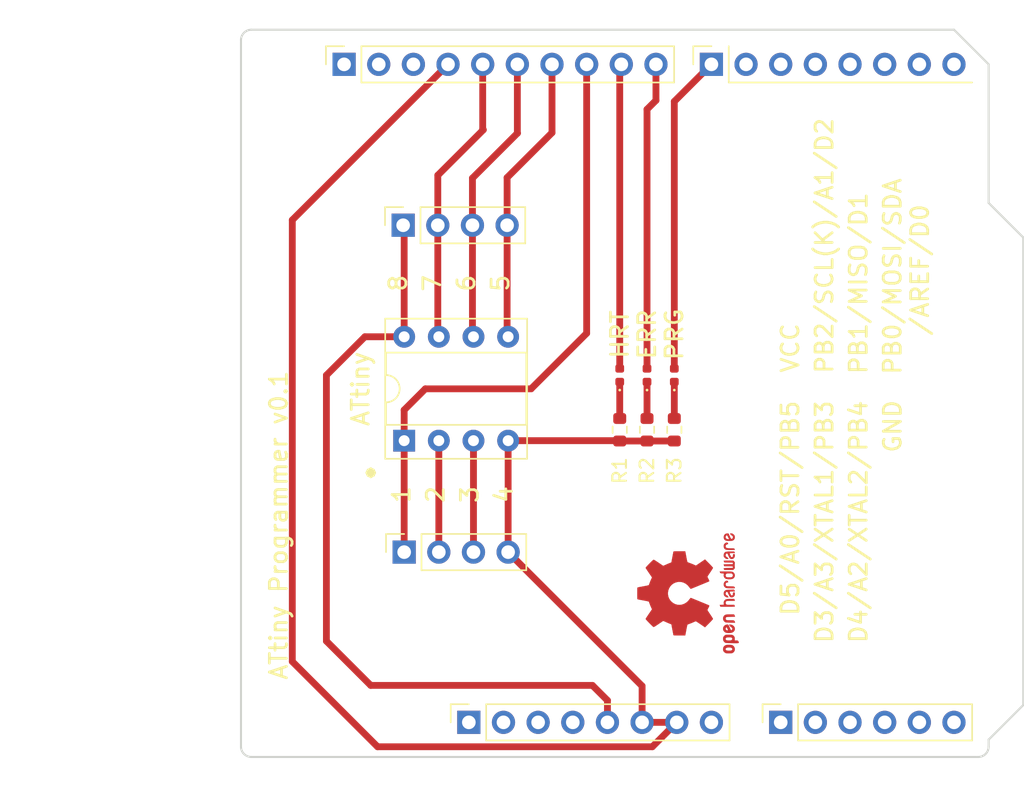
<source format=kicad_pcb>
(kicad_pcb (version 20211014) (generator pcbnew)
  (title_block (date "mar. 31 mars 2015"))
  (layers (0 "F.Cu" signal) (31 "B.Cu" signal) (34 "B.Paste" user) (35 "F.Paste" user) (36 "B.SilkS" user "B.Silkscreen") (37 "F.SilkS" user "F.Silkscreen") (38 "B.Mask" user) (39 "F.Mask" user) (44 "Edge.Cuts" user))
  (net 0 "")
  (net 1 "GND")
  (net 3 "+5V")
  (net 4 "/IOREF")
  (net 5 "/A0")
  (net 6 "/A1")
  (net 7 "/A2")
  (net 8 "/A3")
  (net 9 "/SDA{slash}A4")
  (net 10 "/SCL{slash}A5")
  (net 11 "/13")
  (net 12 "/12")
  (net 13 "/AREF")
  (net 14 "/8")
  (net 15 "/7")
  (net 16 "/*11")
  (net 17 "/*10")
  (net 18 "/*9")
  (net 19 "/4")
  (net 20 "/2")
  (net 21 "/*6")
  (net 22 "/*5")
  (net 23 "/TX{slash}1")
  (net 24 "/*3")
  (net 25 "/RX{slash}0")
  (net 26 "+3V3")
  (net 27 "VCC")
  (net 28 "/~{RESET}")
  (net 29 "Net-(D1-Pad1)")
  (net 30 "Net-(D2-Pad1)")
  (net 31 "Net-(D3-Pad1)")
  (net 32 "Net-(U1-Pad2)")
  (net 33 "Net-(U1-Pad3)")
  (footprint "Connector_PinSocket_2.54mm:PinSocket_1x08_P2.54mm_Vertical" (layer "F.Cu") (at 127.94 97.46 90)
    (fp_text reference "J1" hide)
    (fp_text value "Power")
    (fp_line (start -1.33 19.11) (end 1.33 19.11) (layer "F.SilkS") (width 0.12))
    (fp_line (start 1.33 1.27) (end 1.33 19.11) (layer "F.SilkS") (width 0.12))
    (fp_line (start -1.33 1.27) (end 1.33 1.27) (layer "F.SilkS") (width 0.12))
    (fp_line (start 0 -1.33) (end 1.33 -1.33) (layer "F.SilkS") (width 0.12))
    (fp_line (start 1.33 -1.33) (end 1.33 0) (layer "F.SilkS") (width 0.12))
    (fp_line (start -1.33 1.27) (end -1.33 19.11) (layer "F.SilkS") (width 0.12))
    (pad "1" thru_hole rect locked (at 0 0 90) (size 1.7 1.7) (drill 1) (layers *.Cu *.Mask))
    (pad "2" thru_hole oval locked (at 0 2.54 90) (size 1.7 1.7) (drill 1) (layers *.Cu *.Mask) (net 4 "/IOREF"))
    (pad "3" thru_hole oval locked (at 0 5.08 90) (size 1.7 1.7) (drill 1) (layers *.Cu *.Mask) (net 28 "/~{RESET}"))
    (pad "4" thru_hole oval locked (at 0 7.62 90) (size 1.7 1.7) (drill 1) (layers *.Cu *.Mask) (net 26 "+3V3"))
    (pad "5" thru_hole oval locked (at 0 10.16 90) (size 1.7 1.7) (drill 1) (layers *.Cu *.Mask) (net 3 "+5V"))
    (pad "6" thru_hole oval locked (at 0 12.7 90) (size 1.7 1.7) (drill 1) (layers *.Cu *.Mask) (net 1 "GND"))
    (pad "7" thru_hole oval locked (at 0 15.24 90) (size 1.7 1.7) (drill 1) (layers *.Cu *.Mask) (net 1 "GND"))
    (pad "8" thru_hole oval locked (at 0 17.78 90) (size 1.7 1.7) (drill 1) (layers *.Cu *.Mask) (net 27 "VCC"))
  )
  (footprint "Connector_PinSocket_2.54mm:PinSocket_1x06_P2.54mm_Vertical" (layer "F.Cu") (at 150.8 97.46 90)
    (fp_text reference "J3" hide)
    (fp_text value "Analog")
    (fp_line (start 1.33 1.27) (end 1.33 14.03) (layer "F.SilkS") (width 0.12))
    (fp_line (start 0 -1.33) (end 1.33 -1.33) (layer "F.SilkS") (width 0.12))
    (fp_line (start -1.33 1.27) (end 1.33 1.27) (layer "F.SilkS") (width 0.12))
    (fp_line (start -1.33 1.27) (end -1.33 14.03) (layer "F.SilkS") (width 0.12))
    (fp_line (start -1.33 14.03) (end 1.33 14.03) (layer "F.SilkS") (width 0.12))
    (fp_line (start 1.33 -1.33) (end 1.33 0) (layer "F.SilkS") (width 0.12))
    (pad "1" thru_hole rect locked (at 0 0 90) (size 1.7 1.7) (drill 1) (layers *.Cu *.Mask) (net 5 "/A0"))
    (pad "2" thru_hole oval locked (at 0 2.54 90) (size 1.7 1.7) (drill 1) (layers *.Cu *.Mask) (net 6 "/A1"))
    (pad "3" thru_hole oval locked (at 0 5.08 90) (size 1.7 1.7) (drill 1) (layers *.Cu *.Mask) (net 7 "/A2"))
    (pad "4" thru_hole oval locked (at 0 7.62 90) (size 1.7 1.7) (drill 1) (layers *.Cu *.Mask) (net 8 "/A3"))
    (pad "5" thru_hole oval locked (at 0 10.16 90) (size 1.7 1.7) (drill 1) (layers *.Cu *.Mask) (net 9 "/SDA{slash}A4"))
    (pad "6" thru_hole oval locked (at 0 12.7 90) (size 1.7 1.7) (drill 1) (layers *.Cu *.Mask) (net 10 "/SCL{slash}A5"))
  )
  (footprint "Connector_PinSocket_2.54mm:PinSocket_1x10_P2.54mm_Vertical" (layer "F.Cu") (at 118.796 49.2 90)
    (fp_text reference "J2" hide)
    (fp_text value "Digital/PWM")
    (fp_line (start -1.33 24.19) (end 1.33 24.19) (layer "F.SilkS") (width 0.12))
    (fp_line (start -1.33 1.27) (end -1.33 24.19) (layer "F.SilkS") (width 0.12))
    (fp_line (start 1.33 -1.33) (end 1.33 0) (layer "F.SilkS") (width 0.12))
    (fp_line (start 0 -1.33) (end 1.33 -1.33) (layer "F.SilkS") (width 0.12))
    (fp_line (start 1.33 1.27) (end 1.33 24.19) (layer "F.SilkS") (width 0.12))
    (fp_line (start -1.33 1.27) (end 1.33 1.27) (layer "F.SilkS") (width 0.12))
    (pad "1" thru_hole rect locked (at 0 0 90) (size 1.7 1.7) (drill 1) (layers *.Cu *.Mask) (net 10 "/SCL{slash}A5"))
    (pad "2" thru_hole oval locked (at 0 2.54 90) (size 1.7 1.7) (drill 1) (layers *.Cu *.Mask) (net 9 "/SDA{slash}A4"))
    (pad "3" thru_hole oval locked (at 0 5.08 90) (size 1.7 1.7) (drill 1) (layers *.Cu *.Mask) (net 13 "/AREF"))
    (pad "4" thru_hole oval locked (at 0 7.62 90) (size 1.7 1.7) (drill 1) (layers *.Cu *.Mask) (net 1 "GND"))
    (pad "5" thru_hole oval locked (at 0 10.16 90) (size 1.7 1.7) (drill 1) (layers *.Cu *.Mask) (net 11 "/13"))
    (pad "6" thru_hole oval locked (at 0 12.7 90) (size 1.7 1.7) (drill 1) (layers *.Cu *.Mask) (net 12 "/12"))
    (pad "7" thru_hole oval locked (at 0 15.24 90) (size 1.7 1.7) (drill 1) (layers *.Cu *.Mask) (net 16 "/*11"))
    (pad "8" thru_hole oval locked (at 0 17.78 90) (size 1.7 1.7) (drill 1) (layers *.Cu *.Mask) (net 17 "/*10"))
    (pad "9" thru_hole oval locked (at 0 20.32 90) (size 1.7 1.7) (drill 1) (layers *.Cu *.Mask) (net 18 "/*9"))
    (pad "10" thru_hole oval locked (at 0 22.86 90) (size 1.7 1.7) (drill 1) (layers *.Cu *.Mask) (net 14 "/8"))
  )
  (footprint "Connector_PinSocket_2.54mm:PinSocket_1x08_P2.54mm_Vertical" (layer "F.Cu") (at 145.72 49.2 90)
    (fp_text reference "J4")
    (fp_text value "Digital/PWM")
    (fp_line (start 0 -1.33) (end 1.33 -1.33) (layer "F.SilkS") (width 0.12))
    (fp_line (start 1.33 -1.33) (end 1.33 0) (layer "F.SilkS") (width 0.12))
    (fp_line (start -1.33 1.27) (end -1.33 19.11) (layer "F.SilkS") (width 0.12))
    (fp_line (start -1.33 1.27) (end 1.33 1.27) (layer "F.SilkS") (width 0.12))
    (pad "1" thru_hole rect locked (at 0 0 90) (size 1.7 1.7) (drill 1) (layers *.Cu *.Mask) (net 15 "/7"))
    (pad "2" thru_hole oval locked (at 0 2.54 90) (size 1.7 1.7) (drill 1) (layers *.Cu *.Mask) (net 21 "/*6"))
    (pad "3" thru_hole oval locked (at 0 5.08 90) (size 1.7 1.7) (drill 1) (layers *.Cu *.Mask) (net 22 "/*5"))
    (pad "4" thru_hole oval locked (at 0 7.62 90) (size 1.7 1.7) (drill 1) (layers *.Cu *.Mask) (net 19 "/4"))
    (pad "5" thru_hole oval locked (at 0 10.16 90) (size 1.7 1.7) (drill 1) (layers *.Cu *.Mask) (net 24 "/*3"))
    (pad "6" thru_hole oval locked (at 0 12.7 90) (size 1.7 1.7) (drill 1) (layers *.Cu *.Mask) (net 20 "/2"))
    (pad "7" thru_hole oval locked (at 0 15.24 90) (size 1.7 1.7) (drill 1) (layers *.Cu *.Mask) (net 23 "/TX{slash}1"))
    (pad "8" thru_hole oval locked (at 0 17.78 90) (size 1.7 1.7) (drill 1) (layers *.Cu *.Mask) (net 25 "/RX{slash}0"))
  )
  (footprint "Connector_PinSocket_2.54mm:PinSocket_1x04_P2.54mm_Vertical" (layer "F.Cu") (at 123.2 84.975 90)
    (fp_text reference "J6")
    (fp_text value "Conn_01x04_Female")
    (fp_line (start 1.33 -1.33) (end 1.33 0) (layer "F.SilkS") (width 0.12))
    (fp_line (start -1.33 1.27) (end 1.33 1.27) (layer "F.SilkS") (width 0.12))
    (fp_line (start 0 -1.33) (end 1.33 -1.33) (layer "F.SilkS") (width 0.12))
    (fp_line (start -1.33 8.95) (end 1.33 8.95) (layer "F.SilkS") (width 0.12))
    (fp_line (start 1.33 1.27) (end 1.33 8.95) (layer "F.SilkS") (width 0.12))
    (fp_line (start -1.33 1.27) (end -1.33 8.95) (layer "F.SilkS") (width 0.12))
    (pad "1" thru_hole rect (at 0 0 90) (size 1.7 1.7) (drill 1) (layers *.Cu *.Mask) (net 17 "/*10"))
    (pad "2" thru_hole oval (at 0 2.54 90) (size 1.7 1.7) (drill 1) (layers *.Cu *.Mask) (net 32 "Net-(U1-Pad2)"))
    (pad "3" thru_hole oval (at 0 5.08 90) (size 1.7 1.7) (drill 1) (layers *.Cu *.Mask) (net 33 "Net-(U1-Pad3)"))
    (pad "4" thru_hole oval (at 0 7.62 90) (size 1.7 1.7) (drill 1) (layers *.Cu *.Mask) (net 1 "GND"))
  )
  (footprint "Symbol:OSHW-Logo2_9.8x8mm_Copper" (layer "F.Cu") (at 144 88 90)
    (fp_text reference "REF**" hide)
    (fp_text value "OSHW-Logo2_9.8x8mm_Copper" hide)
    (fp_poly (pts (xy -1.728336 2.595089) (xy -1.665633 2.631358) (xy -1.622039 2.667358) (xy -1.590155 2.705075) (xy -1.56819 2.751199) (xy -1.554351 2.812421) (xy -1.546847 2.895431) (xy -1.543883 3.006919) (xy -1.543539 3.087062) (xy -1.543539 3.382065) (xy -1.709615 3.456515) (xy -1.719385 3.133402) (xy -1.723421 3.012729) (xy -1.727656 2.925141) (xy -1.732903 2.86465) (xy -1.739975 2.825268) (xy -1.749689 2.801007) (xy -1.762856 2.78588) (xy -1.767081 2.782606) (xy -1.831091 2.757034) (xy -1.895792 2.767153) (xy -1.934308 2.794) (xy -1.949975 2.813024) (xy -1.96082 2.837988) (xy -1.967712 2.875834) (xy -1.971521 2.933502) (xy -1.973117 3.017935) (xy -1.973385 3.105928) (xy -1.973437 3.216323) (xy -1.975328 3.294463) (xy -1.981655 3.347165) (xy -1.995017 3.381242) (xy -2.018015 3.403511) (xy -2.053246 3.420787) (xy -2.100303 3.438738) (xy -2.151697 3.458278) (xy -2.145579 3.111485) (xy -2.143116 2.986468) (xy -2.140233 2.894082) (xy -2.136102 2.827881) (xy -2.129893 2.78142) (xy -2.120774 2.748256) (xy -2.107917 2.721944) (xy -2.092416 2.698729) (xy -2.017629 2.624569) (xy -1.926372 2.581684) (xy -1.827117 2.571412) (xy -1.728336 2.595089)) (layer "F.Cu") (width 0.01) (fill solid))
    (fp_poly (pts (xy 3.570807 2.636782) (xy 3.594161 2.646988) (xy 3.649902 2.691134) (xy 3.697569 2.754967) (xy 3.727048 2.823087) (xy 3.731846 2.85667) (xy 3.71576 2.903556) (xy 3.680475 2.928365) (xy 3.642644 2.943387) (xy 3.625321 2.946155) (xy 3.616886 2.926066) (xy 3.60023 2.882351) (xy 3.592923 2.862598) (xy 3.551948 2.794271) (xy 3.492622 2.760191) (xy 3.416552 2.761239) (xy 3.410918 2.762581) (xy 3.370305 2.781836) (xy 3.340448 2.819375) (xy 3.320055 2.879809) (xy 3.307836 2.967751) (xy 3.3025 3.087813) (xy 3.302 3.151698) (xy 3.301752 3.252403) (xy 3.300126 3.321054) (xy 3.295801 3.364673) (xy 3.287454 3.390282) (xy 3.273765 3.404903) (xy 3.253411 3.415558) (xy 3.252234 3.416095) (xy 3.213038 3.432667) (xy 3.193619 3.438769) (xy 3.190635 3.420319) (xy 3.188081 3.369323) (xy 3.18614 3.292308) (xy 3.184997 3.195805) (xy 3.184769 3.125184) (xy 3.185932 2.988525) (xy 3.190479 2.884851) (xy 3.199999 2.808108) (xy 3.216081 2.752246) (xy 3.240313 2.711212) (xy 3.274286 2.678954) (xy 3.307833 2.65644) (xy 3.388499 2.626476) (xy 3.482381 2.619718) (xy 3.570807 2.636782)) (layer "F.Cu") (width 0.01) (fill solid))
    (fp_poly (pts (xy 0.713362 2.62467) (xy 0.802117 2.657421) (xy 0.874022 2.71535) (xy 0.902144 2.756128) (xy 0.932802 2.830954) (xy 0.932165 2.885058) (xy 0.899987 2.921446) (xy 0.888081 2.927633) (xy 0.836675 2.946925) (xy 0.810422 2.941982) (xy 0.80153 2.909587) (xy 0.801077 2.891692) (xy 0.784797 2.825859) (xy 0.742365 2.779807) (xy 0.683388 2.757564) (xy 0.617475 2.763161) (xy 0.563895 2.792229) (xy 0.545798 2.80881) (xy 0.532971 2.828925) (xy 0.524306 2.859332) (xy 0.518696 2.906788) (xy 0.515035 2.97805) (xy 0.512215 3.079875) (xy 0.511484 3.112115) (xy 0.50882 3.22241) (xy 0.505792 3.300036) (xy 0.50125 3.351396) (xy 0.494046 3.38289) (xy 0.483033 3.40092) (xy 0.46706 3.411888) (xy 0.456834 3.416733) (xy 0.413406 3.433301) (xy 0.387842 3.438769) (xy 0.379395 3.420507) (xy 0.374239 3.365296) (xy 0.372346 3.272499) (xy 0.373689 3.141478) (xy 0.374107 3.121269) (xy 0.377058 3.001733) (xy 0.380548 2.914449) (xy 0.385514 2.852591) (xy 0.392893 2.809336) (xy 0.403624 2.77786) (xy 0.418645 2.751339) (xy 0.426502 2.739975) (xy 0.471553 2.689692) (xy 0.52194 2.650581) (xy 0.528108 2.647167) (xy 0.618458 2.620212) (xy 0.713362 2.62467)) (layer "F.Cu") (width 0.01) (fill solid))
    (fp_poly (pts (xy -0.840154 2.49212) (xy -0.834428 2.57198) (xy -0.827851 2.619039) (xy -0.818738 2.639566) (xy -0.805402 2.639829) (xy -0.801077 2.637378) (xy -0.743556 2.619636) (xy -0.668732 2.620672) (xy -0.592661 2.63891) (xy -0.545082 2.662505) (xy -0.496298 2.700198) (xy -0.460636 2.742855) (xy -0.436155 2.797057) (xy -0.420913 2.869384) (xy -0.41297 2.966419) (xy -0.410384 3.094742) (xy -0.410338 3.119358) (xy -0.410308 3.39587) (xy -0.471839 3.41732) (xy -0.515541 3.431912) (xy -0.539518 3.438706) (xy -0.540223 3.438769) (xy -0.542585 3.420345) (xy -0.544594 3.369526) (xy -0.546099 3.292993) (xy -0.546947 3.19743) (xy -0.547077 3.139329) (xy -0.547349 3.024771) (xy -0.548748 2.942667) (xy -0.552151 2.886393) (xy -0.558433 2.849326) (xy -0.568471 2.824844) (xy -0.583139 2.806325) (xy -0.592298 2.797406) (xy -0.655211 2.761466) (xy -0.723864 2.758775) (xy -0.786152 2.78917) (xy -0.797671 2.800144) (xy -0.814567 2.820779) (xy -0.826286 2.845256) (xy -0.833767 2.880647) (xy -0.837946 2.934026) (xy -0.839763 3.012466) (xy -0.840154 3.120617) (xy -0.840154 3.39587) (xy -0.901685 3.41732) (xy -0.945387 3.431912) (xy -0.969364 3.438706) (xy -0.97007 3.438769) (xy -0.971874 3.420069) (xy -0.9735 3.367322) (xy -0.974883 3.285557) (xy -0.975958 3.179805) (xy -0.97666 3.055094) (xy -0.976923 2.916455) (xy -0.976923 2.381806) (xy -0.849923 2.328236) (xy -0.840154 2.49212)) (layer "F.Cu") (width 0.01) (fill solid))
    (fp_poly (pts (xy -3.983114 2.587256) (xy -3.891536 2.635409) (xy -3.823951 2.712905) (xy -3.799943 2.762727) (xy -3.781262 2.837533) (xy -3.771699 2.932052) (xy -3.770792 3.03521) (xy -3.778079 3.135935) (xy -3.793097 3.223153) (xy -3.815385 3.285791) (xy -3.822235 3.296579) (xy -3.903368 3.377105) (xy -3.999734 3.425336) (xy -4.104299 3.43945) (xy -4.210032 3.417629) (xy -4.239457 3.404547) (xy -4.296759 3.364231) (xy -4.34705 3.310775) (xy -4.351803 3.303995) (xy -4.371122 3.271321) (xy -4.383892 3.236394) (xy -4.391436 3.190414) (xy -4.395076 3.124584) (xy -4.396135 3.030105) (xy -4.396154 3.008923) (xy -4.396106 3.002182) (xy -4.200769 3.002182) (xy -4.199632 3.091349) (xy -4.195159 3.15052) (xy -4.185754 3.188741) (xy -4.169824 3.215053) (xy -4.161692 3.223846) (xy -4.114942 3.257261) (xy -4.069553 3.255737) (xy -4.02366 3.226752) (xy -3.996288 3.195809) (xy -3.980077 3.150643) (xy -3.970974 3.07942) (xy -3.970349 3.071114) (xy -3.968796 2.942037) (xy -3.985035 2.846172) (xy -4.018848 2.784107) (xy -4.070016 2.756432) (xy -4.08828 2.754923) (xy -4.13624 2.762513) (xy -4.169047 2.788808) (xy -4.189105 2.839095) (xy -4.198822 2.918664) (xy -4.200769 3.002182) (xy -4.396106 3.002182) (xy -4.395426 2.908249) (xy -4.392371 2.837906) (xy -4.385678 2.789163) (xy -4.37404 2.753288) (xy -4.356147 2.721548) (xy -4.352192 2.715648) (xy -4.285733 2.636104) (xy -4.213315 2.589929) (xy -4.125151 2.571599) (xy -4.095213 2.570703) (xy -3.983114 2.587256)) (layer "F.Cu") (width 0.01) (fill solid))
    (fp_poly (pts (xy 0.053501 2.626303) (xy 0.13006 2.654733) (xy 0.130936 2.655279) (xy 0.178285 2.690127) (xy 0.213241 2.730852) (xy 0.237825 2.783925) (xy 0.254062 2.855814) (xy 0.263975 2.952992) (xy 0.269586 3.081928) (xy 0.270077 3.100298) (xy 0.277141 3.377287) (xy 0.217695 3.408028) (xy 0.174681 3.428802) (xy 0.14871 3.438646) (xy 0.147509 3.438769) (xy 0.143014 3.420606) (xy 0.139444 3.371612) (xy 0.137248 3.300031) (xy 0.136769 3.242068) (xy 0.136758 3.14817) (xy 0.132466 3.089203) (xy 0.117503 3.061079) (xy 0.085482 3.059706) (xy 0.030014 3.080998) (xy -0.053731 3.120136) (xy -0.115311 3.152643) (xy -0.146983 3.180845) (xy -0.156294 3.211582) (xy -0.156308 3.213104) (xy -0.140943 3.266054) (xy -0.095453 3.29466) (xy -0.025834 3.298803) (xy 0.024313 3.298084) (xy 0.050754 3.312527) (xy 0.067243 3.347218) (xy 0.076733 3.391416) (xy 0.063057 3.416493) (xy 0.057907 3.420082) (xy 0.009425 3.434496) (xy -0.058469 3.436537) (xy -0.128388 3.426983) (xy -0.177932 3.409522) (xy -0.24643 3.351364) (xy -0.285366 3.270408) (xy -0.293077 3.20716) (xy -0.287193 3.150111) (xy -0.265899 3.103542) (xy -0.223735 3.062181) (xy -0.155241 3.020755) (xy -0.054956 2.973993) (xy -0.048846 2.97135) (xy 0.04149 2.929617) (xy 0.097235 2.895391) (xy 0.121129 2.864635) (xy 0.115913 2.833311) (xy 0.084328 2.797383) (xy 0.074883 2.789116) (xy 0.011617 2.757058) (xy -0.053936 2.758407) (xy -0.111028 2.789838) (xy -0.148907 2.848024) (xy -0.152426 2.859446) (xy -0.1867 2.914837) (xy -0.230191 2.941518) (xy -0.293077 2.96796) (xy -0.293077 2.899548) (xy -0.273948 2.80011) (xy -0.217169 2.708902) (xy -0.187622 2.678389) (xy -0.120458 2.639228) (xy -0.035044 2.6215) (xy 0.053501 2.626303)) (layer "F.Cu") (width 0.01) (fill solid))
    (fp_poly (pts (xy 1.602081 2.780289) (xy 1.601833 2.92632) (xy 1.600872 3.038655) (xy 1.598794 3.122678) (xy 1.595193 3.183769) (xy 1.589665 3.227309) (xy 1.581804 3.258679) (xy 1.571207 3.283262) (xy 1.563182 3.297294) (xy 1.496728 3.373388) (xy 1.41247 3.421084) (xy 1.319249 3.438199) (xy 1.2259 3.422546) (xy 1.170312 3.394418) (xy 1.111957 3.34576) (xy 1.072186 3.286333) (xy 1.04819 3.208507) (xy 1.037161 3.104652) (xy 1.035599 3.028462) (xy 1.035809 3.022986) (xy 1.172308 3.022986) (xy 1.173141 3.110355) (xy 1.176961 3.168192) (xy 1.185746 3.206029) (xy 1.201474 3.233398) (xy 1.220266 3.254042) (xy 1.283375 3.29389) (xy 1.351137 3.297295) (xy 1.415179 3.264025) (xy 1.420164 3.259517) (xy 1.441439 3.236067) (xy 1.454779 3.208166) (xy 1.462001 3.166641) (xy 1.464923 3.102316) (xy 1.465385 3.0312) (xy 1.464383 2.941858) (xy 1.460238 2.882258) (xy 1.451236 2.843089) (xy 1.435667 2.81504) (xy 1.422902 2.800144) (xy 1.3636 2.762575) (xy 1.295301 2.758057) (xy 1.23011 2.786753) (xy 1.217528 2.797406) (xy 1.196111 2.821063) (xy 1.182744 2.849251) (xy 1.175566 2.891245) (xy 1.172719 2.956319) (xy 1.172308 3.022986) (xy 1.035809 3.022986) (xy 1.040322 2.905765) (xy 1.056362 2.813577) (xy 1.086528 2.744269) (xy 1.133629 2.690211) (xy 1.170312 2.662505) (xy 1.23699 2.632572) (xy 1.314272 2.618678) (xy 1.38611 2.622397) (xy 1.426308 2.6374) (xy 1.442082 2.64167) (xy 1.45255 2.62575) (xy 1.459856 2.583089) (xy 1.465385 2.518106) (xy 1.471437 2.445732) (xy 1.479844 2.402187) (xy 1.495141 2.377287) (xy 1.521864 2.360845) (xy 1.538654 2.353564) (xy 1.602154 2.326963) (xy 1.602081 2.780289)) (layer "F.Cu") (width 0.01) (fill solid))
    (fp_poly (pts (xy -2.465746 2.599745) (xy -2.388714 2.651567) (xy -2.329184 2.726412) (xy -2.293622 2.821654) (xy -2.286429 2.891756) (xy -2.287246 2.921009) (xy -2.294086 2.943407) (xy -2.312888 2.963474) (xy -2.349592 2.985733) (xy -2.410138 3.014709) (xy -2.500466 3.054927) (xy -2.500923 3.055129) (xy -2.584067 3.09321) (xy -2.652247 3.127025) (xy -2.698495 3.152933) (xy -2.715842 3.167295) (xy -2.715846 3.167411) (xy -2.700557 3.198685) (xy -2.664804 3.233157) (xy -2.623758 3.25799) (xy -2.602963 3.262923) (xy -2.54623 3.245862) (xy -2.497373 3.203133) (xy -2.473535 3.156155) (xy -2.450603 3.121522) (xy -2.405682 3.082081) (xy -2.352877 3.048009) (xy -2.30629 3.02948) (xy -2.296548 3.028462) (xy -2.285582 3.045215) (xy -2.284921 3.088039) (xy -2.29298 3.145781) (xy -2.308173 3.207289) (xy -2.328914 3.261409) (xy -2.329962 3.26351) (xy -2.392379 3.35066) (xy -2.473274 3.409939) (xy -2.565144 3.439034) (xy -2.660487 3.435634) (xy -2.751802 3.397428) (xy -2.755862 3.394741) (xy -2.827694 3.329642) (xy -2.874927 3.244705) (xy -2.901066 3.133021) (xy -2.904574 3.101643) (xy -2.910787 2.953536) (xy -2.903339 2.884468) (xy -2.715846 2.884468) (xy -2.71341 2.927552) (xy -2.700086 2.940126) (xy -2.666868 2.930719) (xy -2.614506 2.908483) (xy -2.555976 2.88061) (xy -2.554521 2.879872) (xy -2.504911 2.853777) (xy -2.485 2.836363) (xy -2.48991 2.818107) (xy -2.510584 2.79412) (xy -2.563181 2.759406) (xy -2.619823 2.756856) (xy -2.670631 2.782119) (xy -2.705724 2.830847) (xy -2.715846 2.884468) (xy -2.903339 2.884468) (xy -2.898008 2.835036) (xy -2.865222 2.741055) (xy -2.819579 2.675215) (xy -2.737198 2.608681) (xy -2.646454 2.575676) (xy -2.553815 2.573573) (xy -2.465746 2.599745)) (layer "F.Cu") (width 0.01) (fill solid))
    (fp_poly (pts (xy 2.395929 2.636662) (xy 2.398911 2.688068) (xy 2.401247 2.766192) (xy 2.402749 2.864857) (xy 2.403231 2.968343) (xy 2.403231 3.318533) (xy 2.341401 3.380363) (xy 2.298793 3.418462) (xy 2.26139 3.433895) (xy 2.21027 3.432918) (xy 2.189978 3.430433) (xy 2.126554 3.4232) (xy 2.074095 3.419055) (xy 2.061308 3.418672) (xy 2.018199 3.421176) (xy 1.956544 3.427462) (xy 1.932638 3.430433) (xy 1.873922 3.435028) (xy 1.834464 3.425046) (xy 1.795338 3.394228) (xy 1.781215 3.380363) (xy 1.719385 3.318533) (xy 1.719385 2.663503) (xy 1.76915 2.640829) (xy 1.812002 2.624034) (xy 1.837073 2.618154) (xy 1.843501 2.636736) (xy 1.849509 2.688655) (xy 1.854697 2.768172) (xy 1.858664 2.869546) (xy 1.860577 2.955192) (xy 1.865923 3.292231) (xy 1.91256 3.298825) (xy 1.954976 3.294214) (xy 1.97576 3.279287) (xy 1.98157 3.251377) (xy 1.98653 3.191925) (xy 1.990246 3.108466) (xy 1.992324 3.008532) (xy 1.992624 2.957104) (xy 1.992923 2.661054) (xy 2.054454 2.639604) (xy 2.098004 2.62502) (xy 2.121694 2.618219) (xy 2.122377 2.618154) (xy 2.124754 2.636642) (xy 2.127366 2.687906) (xy 2.129995 2.765649) (xy 2.132421 2.863574) (xy 2.134115 2.955192) (xy 2.139461 3.292231) (xy 2.256692 3.292231) (xy 2.262072 2.984746) (xy 2.267451 2.677261) (xy 2.324601 2.647707) (xy 2.366797 2.627413) (xy 2.39177 2.618204) (xy 2.392491 2.618154) (xy 2.395929 2.636662)) (layer "F.Cu") (width 0.01) (fill solid))
    (fp_poly (pts (xy 4.245224 2.647838) (xy 4.322528 2.698361) (xy 4.359814 2.74359) (xy 4.389353 2.825663) (xy 4.391699 2.890607) (xy 4.386385 2.977445) (xy 4.186115 3.065103) (xy 4.088739 3.109887) (xy 4.025113 3.145913) (xy 3.992029 3.177117) (xy 3.98628 3.207436) (xy 4.004658 3.240805) (xy 4.024923 3.262923) (xy 4.083889 3.298393) (xy 4.148024 3.300879) (xy 4.206926 3.273235) (xy 4.250197 3.21832) (xy 4.257936 3.198928) (xy 4.295006 3.138364) (xy 4.337654 3.112552) (xy 4.396154 3.090471) (xy 4.396154 3.174184) (xy 4.390982 3.23115) (xy 4.370723 3.279189) (xy 4.328262 3.334346) (xy 4.321951 3.341514) (xy 4.27472 3.390585) (xy 4.234121 3.41692) (xy 4.183328 3.429035) (xy 4.14122 3.433003) (xy 4.065902 3.433991) (xy 4.012286 3.421466) (xy 3.978838 3.402869) (xy 3.926268 3.361975) (xy 3.889879 3.317748) (xy 3.86685 3.262126) (xy 3.854359 3.187047) (xy 3.849587 3.084449) (xy 3.849206 3.032376) (xy 3.850501 2.969948) (xy 3.968471 2.969948) (xy 3.969839 3.003438) (xy 3.973249 3.008923) (xy 3.995753 3.001472) (xy 4.044182 2.981753) (xy 4.108908 2.953718) (xy 4.122443 2.947692) (xy 4.204244 2.906096) (xy 4.249312 2.869538) (xy 4.259217 2.835296) (xy 4.235526 2.800648) (xy 4.21596 2.785339) (xy 4.14536 2.754721) (xy 4.07928 2.75978) (xy 4.023959 2.797151) (xy 3.985636 2.863473) (xy 3.973349 2.916116) (xy 3.968471 2.969948) (xy 3.850501 2.969948) (xy 3.85173 2.91072) (xy 3.861032 2.82071) (xy 3.87946 2.755167) (xy 3.90936 2.706912) (xy 3.95308 2.668767) (xy 3.972141 2.65644) (xy 4.058726 2.624336) (xy 4.153522 2.622316) (xy 4.245224 2.647838)) (layer "F.Cu") (width 0.01) (fill solid))
    (fp_poly (pts (xy 2.887333 2.633528) (xy 2.94359 2.659117) (xy 2.987747 2.690124) (xy 3.020101 2.724795) (xy 3.042438 2.76952) (xy 3.056546 2.830692) (xy 3.064211 2.914701) (xy 3.06722 3.02794) (xy 3.067538 3.102509) (xy 3.067538 3.39342) (xy 3.017773 3.416095) (xy 2.978576 3.432667) (xy 2.959157 3.438769) (xy 2.955442 3.42061) (xy 2.952495 3.371648) (xy 2.950691 3.300153) (xy 2.950308 3.243385) (xy 2.948661 3.161371) (xy 2.944222 3.096309) (xy 2.93774 3.056467) (xy 2.93259 3.048) (xy 2.897977 3.056646) (xy 2.84364 3.078823) (xy 2.780722 3.108886) (xy 2.720368 3.141192) (xy 2.673721 3.170098) (xy 2.651926 3.189961) (xy 2.651839 3.190175) (xy 2.653714 3.226935) (xy 2.670525 3.262026) (xy 2.700039 3.290528) (xy 2.743116 3.300061) (xy 2.779932 3.29895) (xy 2.832074 3.298133) (xy 2.859444 3.310349) (xy 2.875882 3.342624) (xy 2.877955 3.34871) (xy 2.885081 3.394739) (xy 2.866024 3.422687) (xy 2.816353 3.436007) (xy 2.762697 3.43847) (xy 2.666142 3.42021) (xy 2.616159 3.394131) (xy 2.554429 3.332868) (xy 2.52169 3.25767) (xy 2.518753 3.178211) (xy 2.546424 3.104167) (xy 2.588047 3.057769) (xy 2.629604 3.031793) (xy 2.694922 2.998907) (xy 2.771038 2.965557) (xy 2.783726 2.960461) (xy 2.867333 2.923565) (xy 2.91553 2.891046) (xy 2.93103 2.858718) (xy 2.91655 2.822394) (xy 2.891692 2.794) (xy 2.832939 2.759039) (xy 2.768293 2.756417) (xy 2.709008 2.783358) (xy 2.666339 2.837088) (xy 2.660739 2.85095) (xy 2.628133 2.901936) (xy 2.58053 2.939787) (xy 2.520461 2.97085) (xy 2.520461 2.882768) (xy 2.523997 2.828951) (xy 2.539156 2.786534) (xy 2.572768 2.741279) (xy 2.605035 2.70642) (xy 2.655209 2.657062) (xy 2.694193 2.630547) (xy 2.736064 2.619911) (xy 2.78346 2.618154) (xy 2.887333 2.633528)) (layer "F.Cu") (width 0.01) (fill solid))
    (fp_poly (pts (xy -3.231114 2.584505) (xy -3.156461 2.621727) (xy -3.090569 2.690261) (xy -3.072423 2.715648) (xy -3.052655 2.748866) (xy -3.039828 2.784945) (xy -3.03249 2.833098) (xy -3.029187 2.902536) (xy -3.028462 2.994206) (xy -3.031737 3.11983) (xy -3.043123 3.214154) (xy -3.064959 3.284523) (xy -3.099581 3.338286) (xy -3.14933 3.382788) (xy -3.152986 3.385423) (xy -3.202015 3.412377) (xy -3.261055 3.425712) (xy -3.336141 3.429) (xy -3.458205 3.429) (xy -3.458256 3.547497) (xy -3.459392 3.613492) (xy -3.466314 3.652202) (xy -3.484402 3.675419) (xy -3.519038 3.694933) (xy -3.527355 3.69892) (xy -3.56628 3.717603) (xy -3.596417 3.729403) (xy -3.618826 3.730422) (xy -3.634567 3.716761) (xy -3.644698 3.684522) (xy -3.650277 3.629804) (xy -3.652365 3.548711) (xy -3.652019 3.437344) (xy -3.6503 3.291802) (xy -3.649763 3.248269) (xy -3.647828 3.098205) (xy -3.646096 3.000042) (xy -3.458308 3.000042) (xy -3.457252 3.083364) (xy -3.452562 3.13788) (xy -3.441949 3.173837) (xy -3.423128 3.201482) (xy -3.41035 3.214965) (xy -3.35811 3.254417) (xy -3.311858 3.257628) (xy -3.264133 3.225049) (xy -3.262923 3.223846) (xy -3.243506 3.198668) (xy -3.231693 3.164447) (xy -3.225735 3.111748) (xy -3.22388 3.031131) (xy -3.223846 3.013271) (xy -3.22833 2.902175) (xy -3.242926 2.825161) (xy -3.26935 2.778147) (xy -3.309317 2.75705) (xy -3.332416 2.754923) (xy -3.387238 2.7649) (xy -3.424842 2.797752) (xy -3.447477 2.857857) (xy -3.457394 2.949598) (xy -3.458308 3.000042) (xy -3.646096 3.000042) (xy -3.645778 2.98206) (xy -3.643127 2.894679) (xy -3.639394 2.830905) (xy -3.634093 2.785582) (xy -3.626742 2.753555) (xy -3.616857 2.729668) (xy -3.603954 2.708764) (xy -3.598421 2.700898) (xy -3.525031 2.626595) (xy -3.43224 2.584467) (xy -3.324904 2.572722) (xy -3.231114 2.584505)) (layer "F.Cu") (width 0.01) (fill solid))
    (fp_poly (pts (xy 0.139878 -3.712224) (xy 0.245612 -3.711645) (xy 0.322132 -3.710078) (xy 0.374372 -3.707028) (xy 0.407263 -3.702004) (xy 0.425737 -3.694511) (xy 0.434727 -3.684056) (xy 0.439163 -3.670147) (xy 0.439594 -3.668346) (xy 0.446333 -3.635855) (xy 0.458808 -3.571748) (xy 0.475719 -3.482849) (xy 0.495771 -3.375981) (xy 0.517664 -3.257967) (xy 0.518429 -3.253822) (xy 0.540359 -3.138169) (xy 0.560877 -3.035986) (xy 0.578659 -2.953402) (xy 0.592381 -2.896544) (xy 0.600718 -2.871542) (xy 0.601116 -2.871099) (xy 0.625677 -2.85889) (xy 0.676315 -2.838544) (xy 0.742095 -2.814455) (xy 0.742461 -2.814326) (xy 0.825317 -2.783182) (xy 0.923 -2.743509) (xy 1.015077 -2.703619) (xy 1.019434 -2.701647) (xy 1.169407 -2.63358) (xy 1.501498 -2.860361) (xy 1.603374 -2.929496) (xy 1.695657 -2.991303) (xy 1.773003 -3.042267) (xy 1.830064 -3.078873) (xy 1.861495 -3.097606) (xy 1.864479 -3.098996) (xy 1.887321 -3.09281) (xy 1.929982 -3.062965) (xy 1.994128 -3.008053) (xy 2.081421 -2.926666) (xy 2.170535 -2.840078) (xy 2.256441 -2.754753) (xy 2.333327 -2.676892) (xy 2.396564 -2.611303) (xy 2.441523 -2.562795) (xy 2.463576 -2.536175) (xy 2.464396 -2.534805) (xy 2.466834 -2.516537) (xy 2.45765 -2.486705) (xy 2.434574 -2.441279) (xy 2.395337 -2.37623) (xy 2.33767 -2.28753) (xy 2.260795 -2.173343) (xy 2.19257 -2.072838) (xy 2.131582 -1.982697) (xy 2.081356 -1.908151) (xy 2.045416 -1.854435) (xy 2.027287 -1.826782) (xy 2.026146 -1.824905) (xy 2.028359 -1.79841) (xy 2.045138 -1.746914) (xy 2.073142 -1.680149) (xy 2.083122 -1.658828) (xy 2.126672 -1.563841) (xy 2.173134 -1.456063) (xy 2.210877 -1.362808) (xy 2.238073 -1.293594) (xy 2.259675 -1.240994) (xy 2.272158 -1.213503) (xy 2.273709 -1.211384) (xy 2.296668 -1.207876) (xy 2.350786 -1.198262) (xy 2.428868 -1.183911) (xy 2.523719 -1.166193) (xy 2.628143 -1.146475) (xy 2.734944 -1.126126) (xy 2.836926 -1.106514) (xy 2.926894 -1.089009) (xy 2.997653 -1.074978) (xy 3.042006 -1.065791) (xy 3.052885 -1.063193) (xy 3.064122 -1.056782) (xy 3.072605 -1.042303) (xy 3.078714 -1.014867) (xy 3.082832 -0.969589) (xy 3.085341 -0.90158) (xy 3.086621 -0.805953) (xy 3.087054 -0.67782) (xy 3.087077 -0.625299) (xy 3.087077 -0.198155) (xy 2.9845 -0.177909) (xy 2.927431 -0.16693) (xy 2.842269 -0.150905) (xy 2.739372 -0.131767) (xy 2.629096 -0.111449) (xy 2.598615 -0.105868) (xy 2.496855 -0.086083) (xy 2.408205 -0.066627) (xy 2.340108 -0.049303) (xy 2.300004 -0.035912) (xy 2.293323 -0.031921) (xy 2.276919 -0.003658) (xy 2.253399 0.051109) (xy 2.227316 0.121588) (xy 2.222142 0.136769) (xy 2.187956 0.230896) (xy 2.145523 0.337101) (xy 2.103997 0.432473) (xy 2.103792 0.432916) (xy 2.03464 0.582525) (xy 2.489512 1.251617) (xy 2.1975 1.544116) (xy 2.10918 1.63117) (xy 2.028625 1.707909) (xy 1.96036 1.770237) (xy 1.908908 1.814056) (xy 1.878794 1.83527) (xy 1.874474 1.836616) (xy 1.849111 1.826016) (xy 1.797358 1.796547) (xy 1.724868 1.751705) (xy 1.637294 1.694984) (xy 1.542612 1.631462) (xy 1.446516 1.566668) (xy 1.360837 1.510287) (xy 1.291016 1.465788) (xy 1.242494 1.436639) (xy 1.220782 1.426308) (xy 1.194293 1.43505) (xy 1.144062 1.458087) (xy 1.080451 1.490631) (xy 1.073708 1.494249) (xy 0.988046 1.53721) (xy 0.929306 1.558279) (xy 0.892772 1.558503) (xy 0.873731 1.538928) (xy 0.87362 1.538654) (xy 0.864102 1.515472) (xy 0.841403 1.460441) (xy 0.807282 1.377822) (xy 0.7635 1.271872) (xy 0.711816 1.146852) (xy 0.653992 1.00702) (xy 0.597991 0.871637) (xy 0.536447 0.722234) (xy 0.479939 0.583832) (xy 0.430161 0.460673) (xy 0.388806 0.357002) (xy 0.357568 0.277059) (xy 0.338141 0.225088) (xy 0.332154 0.205692) (xy 0.347168 0.183443) (xy 0.386439 0.147982) (xy 0.438807 0.108887) (xy 0.587941 -0.014755) (xy 0.704511 -0.156478) (xy 0.787118 -0.313296) (xy 0.834366 -0.482225) (xy 0.844857 -0.660278) (xy 0.837231 -0.742461) (xy 0.795682 -0.912969) (xy 0.724123 -1.063541) (xy 0.626995 -1.192691) (xy 0.508734 -1.298936) (xy 0.37378 -1.38079) (xy 0.226571 -1.436768) (xy 0.071544 -1.465385) (xy -0.086861 -1.465156) (xy -0.244206 -1.434595) (xy -0.396054 -1.372218) (xy -0.537965 -1.27654) (xy -0.597197 -1.222428) (xy -0.710797 -1.08348) (xy -0.789894 -0.931639) (xy -0.835014 -0.771333) (xy -0.846684 -0.606988) (xy -0.825431 -0.443029) (xy -0.77178 -0.283882) (xy -0.68626 -0.133975) (xy -0.569395 0.002267) (xy -0.438807 0.108887) (xy -0.384412 0.149642) (xy -0.345986 0.184718) (xy -0.332154 0.205726) (xy -0.339397 0.228635) (xy -0.359995 0.283365) (xy -0.392254 0.365672) (xy -0.434479 0.471315) (xy -0.484977 0.59605) (xy -0.542052 0.735636) (xy -0.598146 0.87167) (xy -0.660033 1.021201) (xy -0.717356 1.159767) (xy -0.768356 1.283107) (xy -0.811273 1.386964) (xy -0.844347 1.46708) (xy -0.865819 1.519195) (xy -0.873775 1.538654) (xy -0.892571 1.558423) (xy -0.928926 1.558365) (xy -0.987521 1.537441) (xy -1.073032 1.494613) (xy -1.073708 1.494249) (xy -1.138093 1.461012) (xy -1.190139 1.436802) (xy -1.219488 1.426404) (xy -1.220783 1.426308) (xy -1.242876 1.436855) (xy -1.291652 1.466184) (xy -1.361669 1.510827) (xy -1.447486 1.567314) (xy -1.542612 1.631462) (xy -1.63946 1.696411) (xy -1.726747 1.752896) (xy -1.798819 1.797421) (xy -1.850023 1.82649) (xy -1.874474 1.836616) (xy -1.89699 1.823307) (xy -1.942258 1.786112) (xy -2.005756 1.729128) (xy -2.082961 1.656449) (xy -2.169349 1.572171) (xy -2.197601 1.544016) (xy -2.489713 1.251416) (xy -2.267369 0.925104) (xy -2.199798 0.824897) (xy -2.140493 0.734963) (xy -2.092783 0.66051) (xy -2.059993 0.606751) (xy -2.045452 0.578894) (xy -2.045026 0.576912) (xy -2.052692 0.550655) (xy -2.073311 0.497837) (xy -2.103315 0.42731) (xy -2.124375 0.380093) (xy -2.163752 0.289694) (xy -2.200835 0.198366) (xy -2.229585 0.1212) (xy -2.237395 0.097692) (xy -2.259583 0.034916) (xy -2.281273 -0.013589) (xy -2.293187 -0.031921) (xy -2.319477 -0.043141) (xy -2.376858 -0.059046) (xy -2.457882 -0.077833) (xy -2.555105 -0.097701) (xy -2.598615 -0.105868) (xy -2.709104 -0.126171) (xy -2.815084 -0.14583) (xy -2.906199 -0.162912) (xy -2.972092 -0.175482) (xy -2.9845 -0.177909) (xy -3.087077 -0.198155) (xy -3.087077 -0.625299) (xy -3.086847 -0.765754) (xy -3.085901 -0.872021) (xy -3.083859 -0.948987) (xy -3.080338 -1.00154) (xy -3.074957 -1.034567) (xy -3.067334 -1.052955) (xy -3.057088 -1.061592) (xy -3.052885 -1.063193) (xy -3.02753 -1.068873) (xy -2.971516 -1.080205) (xy -2.892036 -1.095821) (xy -2.796288 -1.114353) (xy -2.691467 -1.134431) (xy -2.584768 -1.154688) (xy -2.483387 -1.173754) (xy -2.394521 -1.190261) (xy -2.325363 -1.202841) (xy -2.283111 -1.210125) (xy -2.27371 -1.211384) (xy -2.265193 -1.228237) (xy -2.24634 -1.27313) (xy -2.220676 -1.33757) (xy -2.210877 -1.362808) (xy -2.171352 -1.460314) (xy -2.124808 -1.568041) (xy -2.083123 -1.658828) (xy -2.05245 -1.728247) (xy -2.032044 -1.78529) (xy -2.025232 -1.820223) (xy -2.026318 -1.824905) (xy -2.040715 -1.847009) (xy -2.073588 -1.896169) (xy -2.12141 -1.967152) (xy -2.180652 -2.054722) (xy -2.247785 -2.153643) (xy -2.261059 -2.17317) (xy -2.338954 -2.28886) (xy -2.396213 -2.376956) (xy -2.435119 -2.441514) (xy -2.457956 -2.486589) (xy -2.467006 -2.516237) (xy -2.464552 -2.534515) (xy -2.464489 -2.534631) (xy -2.445173 -2.558639) (xy -2.402449 -2.605053) (xy -2.340949 -2.669063) (xy -2.265302 -2.745855) (xy -2.180139 -2.830618) (xy -2.170535 -2.840078) (xy -2.06321 -2.944011) (xy -1.980385 -3.020325) (xy -1.920395 -3.070429) (xy -1.881577 -3.09573) (xy -1.86448 -3.098996) (xy -1.839527 -3.08475) (xy -1.787745 -3.051844) (xy -1.71448 -3.003792) (xy -1.62508 -2.94411) (xy -1.524889 -2.876312) (xy -1.501499 -2.860361) (xy -1.169407 -2.63358) (xy -1.019435 -2.701647) (xy -0.92823 -2.741315) (xy -0.830331 -2.781209) (xy -0.746169 -2.813017) (xy -0.742462 -2.814326) (xy -0.676631 -2.838424) (xy -0.625884 -2.8588) (xy -0.601158 -2.871064) (xy -0.601116 -2.871099) (xy -0.593271 -2.893266) (xy -0.579934 -2.947783) (xy -0.56243 -3.02852) (xy -0.542083 -3.12935) (xy -0.520218 -3.244144) (xy -0.518429 -3.253822) (xy -0.496496 -3.372096) (xy -0.47636 -3.479458) (xy -0.45932 -3.569083) (xy -0.446672 -3.634149) (xy -0.439716 -3.667832) (xy -0.439594 -3.668346) (xy -0.435361 -3.682675) (xy -0.427129 -3.693493) (xy -0.409967 -3.701294) (xy -0.378942 -3.706571) (xy -0.329122 -3.709818) (xy -0.255576 -3.711528) (xy -0.153371 -3.712193) (xy -0.017575 -3.712307) (xy 0 -3.712308) (xy 0.139878 -3.712224)) (layer "F.Cu") (width 0.01) (fill solid))
  )
  (footprint "Resistor_SMD:R_0603_1608Metric" (layer "F.Cu") (at 139 76 -90)
    (fp_text reference "R1" (at 3 0 -90) (layer "F.SilkS"))
    (fp_text value "330R")
    (fp_line (start -0.237258 0.5225) (end 0.237258 0.5225) (layer "F.SilkS") (width 0.12))
    (fp_line (start -0.237258 -0.5225) (end 0.237258 -0.5225) (layer "F.SilkS") (width 0.12))
    (pad "1" smd roundrect (at -0.825 0 270) (size 0.8 0.95) (layers "F.Cu" "F.Paste" "F.Mask") (net 29 "Net-(D1-Pad1)"))
    (pad "2" smd roundrect (at 0.825 0 270) (size 0.8 0.95) (layers "F.Cu" "F.Paste" "F.Mask") (net 1 "GND"))
  )
  (footprint "LED_SMD:LED_0402_1005Metric" (layer "F.Cu") (at 139 72 90)
    (fp_text reference "D1")
    (fp_text value "LED")
    (fp_circle (center -1.09 0) (end -1.04 0) (layer "F.SilkS") (width 0.1) (fill none))
    (pad "1" smd roundrect (at -0.485 0 90) (size 0.59 0.64) (layers "F.Cu" "F.Paste" "F.Mask") (net 29 "Net-(D1-Pad1)"))
    (pad "2" smd roundrect (at 0.485 0 90) (size 0.59 0.64) (layers "F.Cu" "F.Paste" "F.Mask") (net 18 "/*9"))
  )
  (footprint "Resistor_SMD:R_0603_1608Metric" (layer "F.Cu") (at 141 76 -90)
    (fp_text reference "R2" (at 3 0 -90) (layer "F.SilkS"))
    (fp_text value "330R")
    (fp_line (start -0.237258 -0.5225) (end 0.237258 -0.5225) (layer "F.SilkS") (width 0.12))
    (fp_line (start -0.237258 0.5225) (end 0.237258 0.5225) (layer "F.SilkS") (width 0.12))
    (pad "1" smd roundrect (at -0.825 0 270) (size 0.8 0.95) (layers "F.Cu" "F.Paste" "F.Mask") (net 30 "Net-(D2-Pad1)"))
    (pad "2" smd roundrect (at 0.825 0 270) (size 0.8 0.95) (layers "F.Cu" "F.Paste" "F.Mask") (net 1 "GND"))
  )
  (footprint "LED_SMD:LED_0402_1005Metric" (layer "F.Cu") (at 141 72 90)
    (fp_text reference "D2")
    (fp_text value "LED")
    (fp_circle (center -1.09 0) (end -1.04 0) (layer "F.SilkS") (width 0.1) (fill none))
    (pad "1" smd roundrect (at -0.485 0 90) (size 0.59 0.64) (layers "F.Cu" "F.Paste" "F.Mask") (net 30 "Net-(D2-Pad1)"))
    (pad "2" smd roundrect (at 0.485 0 90) (size 0.59 0.64) (layers "F.Cu" "F.Paste" "F.Mask") (net 14 "/8"))
  )
  (footprint "Arduino_MountingHole:MountingHole_3.2mm" (layer "F.Cu") (at 115.24 49.2)
    (fp_text reference "MH1" hide)
    (fp_text value "MountingHole_3.2mm" hide)
    (pad "" np_thru_hole circle locked (at 0 0) (size 3.2 3.2) (drill 3.2) (layers *.Cu *.Mask))
  )
  (footprint "Resistor_SMD:R_0603_1608Metric" (layer "F.Cu") (at 143 76 -90)
    (fp_text reference "R3" (at 3 0 90) (layer "F.SilkS"))
    (fp_text value "330R")
    (fp_line (start -0.237258 -0.5225) (end 0.237258 -0.5225) (layer "F.SilkS") (width 0.12))
    (fp_line (start -0.237258 0.5225) (end 0.237258 0.5225) (layer "F.SilkS") (width 0.12))
    (pad "1" smd roundrect (at -0.825 0 270) (size 0.8 0.95) (layers "F.Cu" "F.Paste" "F.Mask") (net 31 "Net-(D3-Pad1)"))
    (pad "2" smd roundrect (at 0.825 0 270) (size 0.8 0.95) (layers "F.Cu" "F.Paste" "F.Mask") (net 1 "GND"))
  )
  (footprint "Package_DIP:DIP-8_W7.62mm_Socket" (layer "F.Cu") (at 123.2 76.8 90)
    (fp_text reference "U1")
    (fp_text value "ATtiny85-20P")
    (fp_line (start 2.81 -1.33) (end 1.16 -1.33) (layer "F.SilkS") (width 0.12))
    (fp_line (start 6.46 8.95) (end 6.46 -1.33) (layer "F.SilkS") (width 0.12))
    (fp_line (start 8.95 9.01) (end 8.95 -1.39) (layer "F.SilkS") (width 0.12))
    (fp_line (start -1.33 9.01) (end 8.95 9.01) (layer "F.SilkS") (width 0.12))
    (fp_line (start 8.95 -1.39) (end -1.33 -1.39) (layer "F.SilkS") (width 0.12))
    (fp_line (start 1.16 8.95) (end 6.46 8.95) (layer "F.SilkS") (width 0.12))
    (fp_line (start 6.46 -1.33) (end 4.81 -1.33) (layer "F.SilkS") (width 0.12))
    (fp_line (start 1.16 -1.33) (end 1.16 8.95) (layer "F.SilkS") (width 0.12))
    (fp_line (start -1.33 -1.39) (end -1.33 9.01) (layer "F.SilkS") (width 0.12))
    (fp_arc (start 4.81 -1.33) (mid 3.81 -0.33) (end 2.81 -1.33) (layer "F.SilkS") (width 0.12))
    (pad "1" thru_hole rect (at 0 0 90) (size 1.6 1.6) (drill 0.8) (layers *.Cu *.Mask) (net 17 "/*10"))
    (pad "2" thru_hole oval (at 0 2.54 90) (size 1.6 1.6) (drill 0.8) (layers *.Cu *.Mask) (net 32 "Net-(U1-Pad2)"))
    (pad "3" thru_hole oval (at 0 5.08 90) (size 1.6 1.6) (drill 0.8) (layers *.Cu *.Mask) (net 33 "Net-(U1-Pad3)"))
    (pad "4" thru_hole oval (at 0 7.62 90) (size 1.6 1.6) (drill 0.8) (layers *.Cu *.Mask) (net 1 "GND"))
    (pad "5" thru_hole oval (at 7.62 7.62 90) (size 1.6 1.6) (drill 0.8) (layers *.Cu *.Mask) (net 16 "/*11"))
    (pad "6" thru_hole oval (at 7.62 5.08 90) (size 1.6 1.6) (drill 0.8) (layers *.Cu *.Mask) (net 12 "/12"))
    (pad "7" thru_hole oval (at 7.62 2.54 90) (size 1.6 1.6) (drill 0.8) (layers *.Cu *.Mask) (net 11 "/13"))
    (pad "8" thru_hole oval (at 7.62 0 90) (size 1.6 1.6) (drill 0.8) (layers *.Cu *.Mask) (net 3 "+5V"))
  )
  (footprint "Connector_PinSocket_2.54mm:PinSocket_1x04_P2.54mm_Vertical" (layer "F.Cu") (at 123.125 61 90)
    (fp_text reference "J5")
    (fp_text value "Conn_01x04_Female")
    (fp_line (start 0 -1.33) (end 1.33 -1.33) (layer "F.SilkS") (width 0.12))
    (fp_line (start -1.33 8.95) (end 1.33 8.95) (layer "F.SilkS") (width 0.12))
    (fp_line (start -1.33 1.27) (end -1.33 8.95) (layer "F.SilkS") (width 0.12))
    (fp_line (start -1.33 1.27) (end 1.33 1.27) (layer "F.SilkS") (width 0.12))
    (fp_line (start 1.33 -1.33) (end 1.33 0) (layer "F.SilkS") (width 0.12))
    (fp_line (start 1.33 1.27) (end 1.33 8.95) (layer "F.SilkS") (width 0.12))
    (pad "1" thru_hole rect (at 0 0 90) (size 1.7 1.7) (drill 1) (layers *.Cu *.Mask) (net 3 "+5V"))
    (pad "2" thru_hole oval (at 0 2.54 90) (size 1.7 1.7) (drill 1) (layers *.Cu *.Mask) (net 11 "/13"))
    (pad "3" thru_hole oval (at 0 5.08 90) (size 1.7 1.7) (drill 1) (layers *.Cu *.Mask) (net 12 "/12"))
    (pad "4" thru_hole oval (at 0 7.62 90) (size 1.7 1.7) (drill 1) (layers *.Cu *.Mask) (net 16 "/*11"))
  )
  (footprint "Arduino_MountingHole:MountingHole_3.2mm" (layer "F.Cu") (at 113.97 97.46)
    (fp_text reference "MH2" hide)
    (fp_text value "MountingHole_3.2mm" hide)
    (pad "" np_thru_hole circle locked (at 0 0) (size 3.2 3.2) (drill 3.2) (layers *.Cu *.Mask))
  )
  (footprint "Arduino_MountingHole:MountingHole_3.2mm" (layer "F.Cu") (at 166.04 64.44)
    (fp_text reference "MH3" hide)
    (fp_text value "MountingHole_3.2mm" hide)
    (pad "" np_thru_hole circle locked (at 0 0) (size 3.2 3.2) (drill 3.2) (layers *.Cu *.Mask))
  )
  (footprint "Arduino_MountingHole:MountingHole_3.2mm" (layer "F.Cu") (at 166.04 92.38)
    (fp_text reference "MH4" hide)
    (fp_text value "MountingHole_3.2mm" hide)
    (pad "" np_thru_hole circle locked (at 0 0) (size 3.2 3.2) (drill 3.2) (layers *.Cu *.Mask))
  )
  (footprint "LED_SMD:LED_0402_1005Metric" (layer "F.Cu") (at 143 72 90)
    (fp_text reference "D3")
    (fp_text value "LED")
    (fp_circle (center -1.09 0) (end -1.04 0) (layer "F.SilkS") (width 0.1) (fill none))
    (pad "1" smd roundrect (at -0.485 0 90) (size 0.59 0.64) (layers "F.Cu" "F.Paste" "F.Mask") (net 31 "Net-(D3-Pad1)"))
    (pad "2" smd roundrect (at 0.485 0 90) (size 0.59 0.64) (layers "F.Cu" "F.Paste" "F.Mask") (net 15 "/7"))
  )
  (gr_line (start 166.04 59.36) (end 168.58 61.9) (layer "Edge.Cuts") (width 0.15))
  (gr_line (start 111.238 99.238) (end 111.238 47.422) (layer "Edge.Cuts") (width 0.15))
  (gr_line (start 168.58 61.9) (end 168.58 96.19) (layer "Edge.Cuts") (width 0.15))
  (gr_line (start 165.278 100) (end 112 100) (layer "Edge.Cuts") (width 0.15))
  (gr_line (start 112 46.66) (end 163.5 46.66) (layer "Edge.Cuts") (width 0.15))
  (gr_arc (start 112 100) (mid 111.461185 99.776815) (end 111.238 99.238) (layer "Edge.Cuts") (width 0.15))
  (gr_line (start 168.58 96.19) (end 166.04 98.73) (layer "Edge.Cuts") (width 0.15))
  (gr_line (start 163.5 46.66) (end 166.04 49.2) (layer "Edge.Cuts") (width 0.15))
  (gr_arc (start 166.04 99.238) (mid 165.816815 99.776815) (end 165.278 100) (layer "Edge.Cuts") (width 0.15))
  (gr_line (start 166.04 49.2) (end 166.04 59.36) (layer "Edge.Cuts") (width 0.15))
  (gr_line (start 166.04 98.73) (end 166.04 99.238) (layer "Edge.Cuts") (width 0.15))
  (gr_arc (start 111.238 47.422) (mid 111.461185 46.883185) (end 112 46.66) (layer "Edge.Cuts") (width 0.15))
  (gr_text "1" (at 123 80.75 90) (layer "F.SilkS") (effects (font (size 1.25 1.25) (thickness 0.2))))
  (gr_text "5" (at 130.25 65.25 90) (layer "F.SilkS") (effects (font (size 1.25 1.25) (thickness 0.2))))
  (gr_text "ATtiny" (at 120 73 90) (layer "F.SilkS") (effects (font (size 1.25 1.25) (thickness 0.2))))
  (gr_text "•" (at 120.75 79) (layer "F.SilkS") (effects (font (size 2 2) (thickness 0.2))))
  (gr_text "3" (at 128 80.75 90) (layer "F.SilkS") (effects (font (size 1.25 1.25) (thickness 0.2))))
  (gr_text "D4/A2/XTAL2/PB4" (at 156.5 82.75 90) (layer "F.SilkS") (effects (font (size 1.25 1.25) (thickness 0.2))))
  (gr_text "D5/A0/RST/PB5" (at 151.5 81.75 90) (layer "F.SilkS") (effects (font (size 1.25 1.25) (thickness 0.2))))
  (gr_text "PB0/MOSI/SDA\n /AREF/D0" (at 160 64.75 90) (layer "F.SilkS") (effects (font (size 1.25 1.25) (thickness 0.2))))
  (gr_text "ATtiny Programmer v0.1" (at 114 83 90) (layer "F.SilkS") (effects (font (size 1.25 1.25) (thickness 0.2))))
  (gr_text "HRT" (at 139 69 90) (layer "F.SilkS") (effects (font (size 1.25 1.25) (thickness 0.2))))
  (gr_text "D3/A3/XTAL1/PB3" (at 154 82.75 90) (layer "F.SilkS") (effects (font (size 1.25 1.25) (thickness 0.2))))
  (gr_text "7" (at 125.25 65.25 90) (layer "F.SilkS") (effects (font (size 1.25 1.25) (thickness 0.2))))
  (gr_text "GND" (at 159 75.75 90) (layer "F.SilkS") (effects (font (size 1.25 1.25) (thickness 0.2))))
  (gr_text "PRG" (at 143 69 90) (layer "F.SilkS") (effects (font (size 1.25 1.25) (thickness 0.2))))
  (gr_text "2" (at 125.5 80.75 90) (layer "F.SilkS") (effects (font (size 1.25 1.25) (thickness 0.2))))
  (gr_text "8" (at 122.75 65.25 90) (layer "F.SilkS") (effects (font (size 1.25 1.25) (thickness 0.2))))
  (gr_text "PB2/SCL(K)/A1/D2" (at 154 62.5 90) (layer "F.SilkS") (effects (font (size 1.25 1.25) (thickness 0.2))))
  (gr_text "6" (at 127.75 65.25 90) (layer "F.SilkS") (effects (font (size 1.25 1.25) (thickness 0.2))))
  (gr_text "ERR" (at 141 69 90) (layer "F.SilkS") (effects (font (size 1.25 1.25) (thickness 0.2))))
  (gr_text "4" (at 130.5 80.75 90) (layer "F.SilkS") (effects (font (size 1.25 1.25) (thickness 0.2))))
  (gr_text "PB1/MISO/D1" (at 156.5 65.25 90) (layer "F.SilkS") (effects (font (size 1.25 1.25) (thickness 0.2))))
  (gr_text "VCC" (at 151.5 70 90) (layer "F.SilkS") (effects (font (size 1.25 1.25) (thickness 0.2))))
  (segment (start 140.64 94.795) (end 140.64 97.46) (width 0.5) (layer "F.Cu") (net 1))
  (segment (start 130.82 76.8) (end 138.975 76.8) (width 0.5) (layer "F.Cu") (net 1))
  (segment (start 138.975 76.8) (end 139 76.825) (width 0.5) (layer "F.Cu") (net 1))
  (segment (start 141.39 99.25) (end 143.18 97.46) (width 0.5) (layer "F.Cu") (net 1))
  (segment (start 143.18 97.46) (end 140.64 97.46) (width 0.5) (layer "F.Cu") (net 1))
  (segment (start 130.82 76.8) (end 130.82 84.975) (width 0.5) (layer "F.Cu") (net 1))
  (segment (start 130.82 84.975) (end 140.64 94.795) (width 0.5) (layer "F.Cu") (net 1))
  (segment (start 126.416 49.2) (end 115 60.616) (width 0.5) (layer "F.Cu") (net 1))
  (segment (start 115 60.616) (end 115 93) (width 0.5) (layer "F.Cu") (net 1))
  (segment (start 121.25 99.25) (end 141.39 99.25) (width 0.5) (layer "F.Cu") (net 1))
  (segment (start 139 76.825) (end 143 76.825) (width 0.5) (layer "F.Cu") (net 1))
  (segment (start 115 93) (end 121.25 99.25) (width 0.5) (layer "F.Cu") (net 1))
  (segment (start 117.5 91.5) (end 117.5 72) (width 0.5) (layer "F.Cu") (net 3))
  (segment (start 117.5 72) (end 120.32 69.18) (width 0.5) (layer "F.Cu") (net 3))
  (segment (start 138.1 95.85) (end 137 94.75) (width 0.5) (layer "F.Cu") (net 3))
  (segment (start 123.2 69.18) (end 123.2 61.075) (width 0.5) (layer "F.Cu") (net 3))
  (segment (start 123.2 61.075) (end 123.125 61) (width 0.5) (layer "F.Cu") (net 3))
  (segment (start 120.75 94.75) (end 117.5 91.5) (width 0.5) (layer "F.Cu") (net 3))
  (segment (start 138.1 97.46) (end 138.1 95.85) (width 0.5) (layer "F.Cu") (net 3))
  (segment (start 137 94.75) (end 120.75 94.75) (width 0.5) (layer "F.Cu") (net 3))
  (segment (start 120.32 69.18) (end 123.2 69.18) (width 0.5) (layer "F.Cu") (net 3))
  (segment (start 125.665 61) (end 125.665 57.335) (width 0.5) (layer "F.Cu") (net 11))
  (segment (start 125.665 61) (end 125.665 69.105) (width 0.5) (layer "F.Cu") (net 11))
  (segment (start 128.956 53.956) (end 128.956 49.2) (width 0.5) (layer "F.Cu") (net 11))
  (segment (start 125.665 69.105) (end 125.74 69.18) (width 0.5) (layer "F.Cu") (net 11))
  (segment (start 129 54) (end 128.956 53.956) (width 0.5) (layer "F.Cu") (net 11))
  (segment (start 125.665 57.335) (end 129 54) (width 0.5) (layer "F.Cu") (net 11))
  (segment (start 128.205 61) (end 128.205 69.105) (width 0.5) (layer "F.Cu") (net 12))
  (segment (start 128.205 61) (end 128.205 57.545) (width 0.5) (layer "F.Cu") (net 12))
  (segment (start 131.5 54.25) (end 131.496 54.246) (width 0.5) (layer "F.Cu") (net 12))
  (segment (start 128.205 69.105) (end 128.28 69.18) (width 0.5) (layer "F.Cu") (net 12))
  (segment (start 131.496 54.246) (end 131.496 49.2) (width 0.5) (layer "F.Cu") (net 12))
  (segment (start 128.205 57.545) (end 131.5 54.25) (width 0.5) (layer "F.Cu") (net 12))
  (segment (start 141.656 51.844) (end 141.656 49.2) (width 0.5) (layer "F.Cu") (net 14))
  (segment (start 141 71.515) (end 141 52.5) (width 0.5) (layer "F.Cu") (net 14))
  (segment (start 141 52.5) (end 141.656 51.844) (width 0.5) (layer "F.Cu") (net 14))
  (segment (start 143 51.92) (end 145.72 49.2) (width 0.5) (layer "F.Cu") (net 15))
  (segment (start 143 71.515) (end 143 51.92) (width 0.5) (layer "F.Cu") (net 15))
  (segment (start 130.745 61) (end 130.745 69.105) (width 0.5) (layer "F.Cu") (net 16))
  (segment (start 134.036 54.214) (end 134.036 49.2) (width 0.5) (layer "F.Cu") (net 16))
  (segment (start 130.745 57.505) (end 134.036 54.214) (width 0.5) (layer "F.Cu") (net 16))
  (segment (start 130.745 69.105) (end 130.82 69.18) (width 0.5) (layer "F.Cu") (net 16))
  (segment (start 130.745 61) (end 130.745 57.505) (width 0.5) (layer "F.Cu") (net 16))
  (segment (start 123.2 76.8) (end 123.2 84.975) (width 0.5) (layer "F.Cu") (net 17))
  (segment (start 123.2 76.8) (end 123.2 74.55) (width 0.5) (layer "F.Cu") (net 17))
  (segment (start 132.5 73) (end 136.576 68.924) (width 0.5) (layer "F.Cu") (net 17))
  (segment (start 136.576 68.924) (end 136.576 49.2) (width 0.5) (layer "F.Cu") (net 17))
  (segment (start 123.2 74.55) (end 124.75 73) (width 0.5) (layer "F.Cu") (net 17))
  (segment (start 124.75 73) (end 132.5 73) (width 0.5) (layer "F.Cu") (net 17))
  (segment (start 139 71.515) (end 139 49.316) (width 0.5) (layer "F.Cu") (net 18))
  (segment (start 139 49.316) (end 139.116 49.2) (width 0.5) (layer "F.Cu") (net 18))
  (segment (start 139 72.485) (end 139 75.175) (width 0.5) (layer "F.Cu") (net 29))
  (segment (start 141 72.485) (end 141 75.175) (width 0.5) (layer "F.Cu") (net 30))
  (segment (start 143 72.485) (end 143 75.175) (width 0.5) (layer "F.Cu") (net 31))
  (segment (start 125.74 76.8) (end 125.74 84.975) (width 0.5) (layer "F.Cu") (net 32))
  (segment (start 128.28 76.8) (end 128.28 84.975) (width 0.5) (layer "F.Cu") (net 33))
)
</source>
